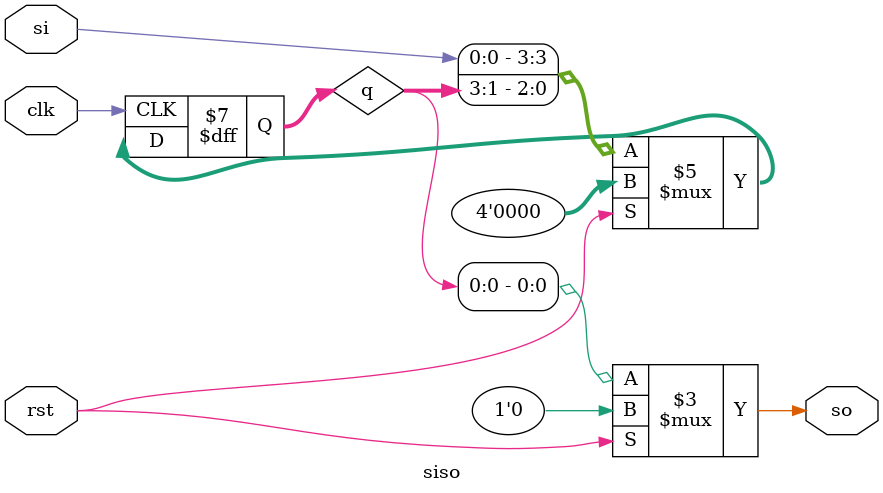
<source format=v>
`timescale 1ns / 1ps
module siso(si,so,rst,clk);
input si,clk,rst; output
so; reg [3:0]q;
always@(posedge clk) begin
if(rst)
begin
q<=0; end
else begin
q<={si,q[3:1]};
end end
assign so=(~rst)?q[0]:1'b0;
 endmodule 

</source>
